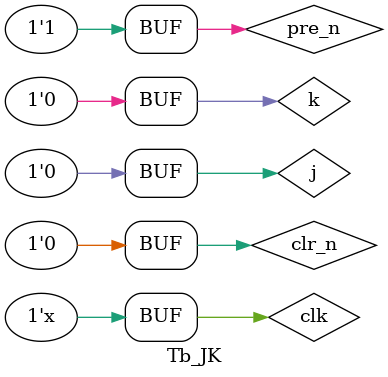
<source format=v>
`timescale 1ns / 1ps


module Tb_JK();
    reg clk;
    reg pre_n;
    reg clr_n;
    reg j;
    reg k;
    
    wire qb, qb_;
    wire qd, qd_;
    wire qs, qs_;
    wire qdf, qdf_;
    
    JK_Flipflop_Behavioral JK_B(.q(qb), .q_(qb_), .clk(clk), .pre_n(pre_n), .clr_n(clr_n), .j(j), .k(k));
    JK_Flipflop_Dataflow JK_D(.q(qd), .q_(qd_), .clk(clk), .pre_n(pre_n), .clr_n(clr_n), .j(j), .k(k));
    JK_Flipflop_Structural JK_S(.q(qs), .q_(qs_), .clk(clk), .pre_n(pre_n), .clr_n(clr_n), .j(j), .k(k));
    JK_Flipflop_with_D_FF JK_DF(.q(qs), .q_(qs_), .clk(clk), .pre_n(pre_n), .clr_n(clr_n), .j(j), .k(k));
    
    always
        #20 clk = ~clk;
        
    initial
    begin
        clk = 1'b0;
        pre_n = 1'b0;
        clr_n = 1'b0;
        j = 1'b0;
        k = 1'b0;
    end
    
    initial
    begin
        #60 pre_n = 1'b1;
        #120 pre_n = 1'b0; clr_n = 1'b1;
        #60 pre_n = 1'b1; clr_n = 1'b1;
        #40 j = 1'b1; k = 1'b0;
        #40 j = 1'b0; k = 1'b0;
        #40 j = 1'b0; k = 1'b1;
        #40 j = 1'b1; k = 1'b1;
        #40 j = 1'b1; k = 1'b0;
        #40 j = 1'b0; k = 1'b0;
        #20 clr_n = 1'b0;
    end
endmodule

</source>
